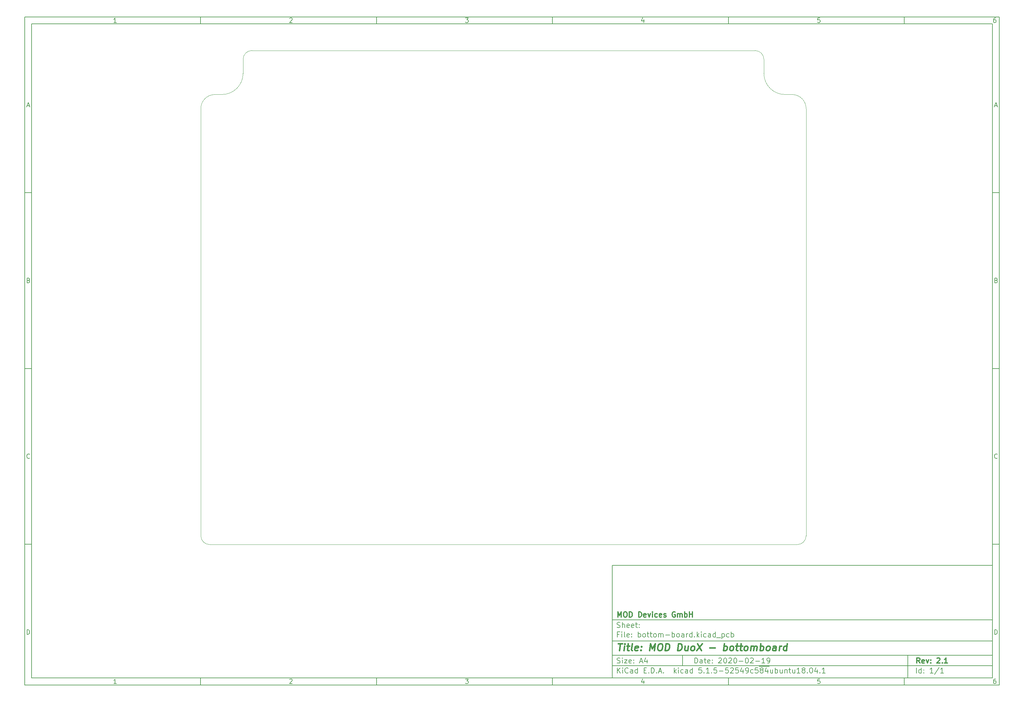
<source format=gbr>
G04 #@! TF.GenerationSoftware,KiCad,Pcbnew,5.1.5-52549c5~84~ubuntu18.04.1*
G04 #@! TF.CreationDate,2020-02-19T16:46:28+01:00*
G04 #@! TF.ProjectId,bottom-board,626f7474-6f6d-42d6-926f-6172642e6b69,2.1*
G04 #@! TF.SameCoordinates,PX48111b4PY15fd6c8*
G04 #@! TF.FileFunction,Profile,NP*
%FSLAX46Y46*%
G04 Gerber Fmt 4.6, Leading zero omitted, Abs format (unit mm)*
G04 Created by KiCad (PCBNEW 5.1.5-52549c5~84~ubuntu18.04.1) date 2020-02-19 16:46:28*
%MOMM*%
%LPD*%
G04 APERTURE LIST*
%ADD10C,0.100000*%
%ADD11C,0.150000*%
%ADD12C,0.300000*%
%ADD13C,0.400000*%
G04 APERTURE END LIST*
D10*
D11*
X101434660Y-142949080D02*
X101434660Y-174949080D01*
X209434660Y-174949080D01*
X209434660Y-142949080D01*
X101434660Y-142949080D01*
D10*
D11*
X-65567540Y13058120D02*
X-65567540Y-176949080D01*
X211434660Y-176949080D01*
X211434660Y13058120D01*
X-65567540Y13058120D01*
D10*
D11*
X-63567540Y11058120D02*
X-63567540Y-174949080D01*
X209434660Y-174949080D01*
X209434660Y11058120D01*
X-63567540Y11058120D01*
D10*
D11*
X-15567540Y11058120D02*
X-15567540Y13058120D01*
D10*
D11*
X34432460Y11058120D02*
X34432460Y13058120D01*
D10*
D11*
X84432460Y11058120D02*
X84432460Y13058120D01*
D10*
D11*
X134432460Y11058120D02*
X134432460Y13058120D01*
D10*
D11*
X184432460Y11058120D02*
X184432460Y13058120D01*
D10*
D11*
X-39502064Y11470025D02*
X-40244921Y11470025D01*
X-39873493Y11470025D02*
X-39873493Y12770025D01*
X-39997302Y12584311D01*
X-40121112Y12460501D01*
X-40244921Y12398597D01*
D10*
D11*
X9755079Y12646216D02*
X9816983Y12708120D01*
X9940793Y12770025D01*
X10250317Y12770025D01*
X10374126Y12708120D01*
X10436031Y12646216D01*
X10497936Y12522406D01*
X10497936Y12398597D01*
X10436031Y12212882D01*
X9693174Y11470025D01*
X10497936Y11470025D01*
D10*
D11*
X59693174Y12770025D02*
X60497936Y12770025D01*
X60064602Y12274787D01*
X60250317Y12274787D01*
X60374126Y12212882D01*
X60436031Y12150978D01*
X60497936Y12027168D01*
X60497936Y11717644D01*
X60436031Y11593835D01*
X60374126Y11531930D01*
X60250317Y11470025D01*
X59878888Y11470025D01*
X59755079Y11531930D01*
X59693174Y11593835D01*
D10*
D11*
X110374126Y12336692D02*
X110374126Y11470025D01*
X110064602Y12831930D02*
X109755079Y11903359D01*
X110559840Y11903359D01*
D10*
D11*
X160436031Y12770025D02*
X159816983Y12770025D01*
X159755079Y12150978D01*
X159816983Y12212882D01*
X159940793Y12274787D01*
X160250317Y12274787D01*
X160374126Y12212882D01*
X160436031Y12150978D01*
X160497936Y12027168D01*
X160497936Y11717644D01*
X160436031Y11593835D01*
X160374126Y11531930D01*
X160250317Y11470025D01*
X159940793Y11470025D01*
X159816983Y11531930D01*
X159755079Y11593835D01*
D10*
D11*
X210374126Y12770025D02*
X210126507Y12770025D01*
X210002698Y12708120D01*
X209940793Y12646216D01*
X209816983Y12460501D01*
X209755079Y12212882D01*
X209755079Y11717644D01*
X209816983Y11593835D01*
X209878888Y11531930D01*
X210002698Y11470025D01*
X210250317Y11470025D01*
X210374126Y11531930D01*
X210436031Y11593835D01*
X210497936Y11717644D01*
X210497936Y12027168D01*
X210436031Y12150978D01*
X210374126Y12212882D01*
X210250317Y12274787D01*
X210002698Y12274787D01*
X209878888Y12212882D01*
X209816983Y12150978D01*
X209755079Y12027168D01*
D10*
D11*
X-15567540Y-174949080D02*
X-15567540Y-176949080D01*
D10*
D11*
X34432460Y-174949080D02*
X34432460Y-176949080D01*
D10*
D11*
X84432460Y-174949080D02*
X84432460Y-176949080D01*
D10*
D11*
X134432460Y-174949080D02*
X134432460Y-176949080D01*
D10*
D11*
X184432460Y-174949080D02*
X184432460Y-176949080D01*
D10*
D11*
X-39502064Y-176537175D02*
X-40244921Y-176537175D01*
X-39873493Y-176537175D02*
X-39873493Y-175237175D01*
X-39997302Y-175422889D01*
X-40121112Y-175546699D01*
X-40244921Y-175608603D01*
D10*
D11*
X9755079Y-175360984D02*
X9816983Y-175299080D01*
X9940793Y-175237175D01*
X10250317Y-175237175D01*
X10374126Y-175299080D01*
X10436031Y-175360984D01*
X10497936Y-175484794D01*
X10497936Y-175608603D01*
X10436031Y-175794318D01*
X9693174Y-176537175D01*
X10497936Y-176537175D01*
D10*
D11*
X59693174Y-175237175D02*
X60497936Y-175237175D01*
X60064602Y-175732413D01*
X60250317Y-175732413D01*
X60374126Y-175794318D01*
X60436031Y-175856222D01*
X60497936Y-175980032D01*
X60497936Y-176289556D01*
X60436031Y-176413365D01*
X60374126Y-176475270D01*
X60250317Y-176537175D01*
X59878888Y-176537175D01*
X59755079Y-176475270D01*
X59693174Y-176413365D01*
D10*
D11*
X110374126Y-175670508D02*
X110374126Y-176537175D01*
X110064602Y-175175270D02*
X109755079Y-176103841D01*
X110559840Y-176103841D01*
D10*
D11*
X160436031Y-175237175D02*
X159816983Y-175237175D01*
X159755079Y-175856222D01*
X159816983Y-175794318D01*
X159940793Y-175732413D01*
X160250317Y-175732413D01*
X160374126Y-175794318D01*
X160436031Y-175856222D01*
X160497936Y-175980032D01*
X160497936Y-176289556D01*
X160436031Y-176413365D01*
X160374126Y-176475270D01*
X160250317Y-176537175D01*
X159940793Y-176537175D01*
X159816983Y-176475270D01*
X159755079Y-176413365D01*
D10*
D11*
X210374126Y-175237175D02*
X210126507Y-175237175D01*
X210002698Y-175299080D01*
X209940793Y-175360984D01*
X209816983Y-175546699D01*
X209755079Y-175794318D01*
X209755079Y-176289556D01*
X209816983Y-176413365D01*
X209878888Y-176475270D01*
X210002698Y-176537175D01*
X210250317Y-176537175D01*
X210374126Y-176475270D01*
X210436031Y-176413365D01*
X210497936Y-176289556D01*
X210497936Y-175980032D01*
X210436031Y-175856222D01*
X210374126Y-175794318D01*
X210250317Y-175732413D01*
X210002698Y-175732413D01*
X209878888Y-175794318D01*
X209816983Y-175856222D01*
X209755079Y-175980032D01*
D10*
D11*
X-65567540Y-36941880D02*
X-63567540Y-36941880D01*
D10*
D11*
X-65567540Y-86941880D02*
X-63567540Y-86941880D01*
D10*
D11*
X-65567540Y-136941880D02*
X-63567540Y-136941880D01*
D10*
D11*
X-64877064Y-12158546D02*
X-64258017Y-12158546D01*
X-65000874Y-12529975D02*
X-64567540Y-11229975D01*
X-64134207Y-12529975D01*
D10*
D11*
X-64474683Y-61849022D02*
X-64288969Y-61910927D01*
X-64227064Y-61972832D01*
X-64165160Y-62096641D01*
X-64165160Y-62282356D01*
X-64227064Y-62406165D01*
X-64288969Y-62468070D01*
X-64412779Y-62529975D01*
X-64908017Y-62529975D01*
X-64908017Y-61229975D01*
X-64474683Y-61229975D01*
X-64350874Y-61291880D01*
X-64288969Y-61353784D01*
X-64227064Y-61477594D01*
X-64227064Y-61601403D01*
X-64288969Y-61725213D01*
X-64350874Y-61787118D01*
X-64474683Y-61849022D01*
X-64908017Y-61849022D01*
D10*
D11*
X-64165160Y-112406165D02*
X-64227064Y-112468070D01*
X-64412779Y-112529975D01*
X-64536588Y-112529975D01*
X-64722302Y-112468070D01*
X-64846112Y-112344260D01*
X-64908017Y-112220451D01*
X-64969921Y-111972832D01*
X-64969921Y-111787118D01*
X-64908017Y-111539499D01*
X-64846112Y-111415689D01*
X-64722302Y-111291880D01*
X-64536588Y-111229975D01*
X-64412779Y-111229975D01*
X-64227064Y-111291880D01*
X-64165160Y-111353784D01*
D10*
D11*
X-64908017Y-162529975D02*
X-64908017Y-161229975D01*
X-64598493Y-161229975D01*
X-64412779Y-161291880D01*
X-64288969Y-161415689D01*
X-64227064Y-161539499D01*
X-64165160Y-161787118D01*
X-64165160Y-161972832D01*
X-64227064Y-162220451D01*
X-64288969Y-162344260D01*
X-64412779Y-162468070D01*
X-64598493Y-162529975D01*
X-64908017Y-162529975D01*
D10*
D11*
X211434660Y-36941880D02*
X209434660Y-36941880D01*
D10*
D11*
X211434660Y-86941880D02*
X209434660Y-86941880D01*
D10*
D11*
X211434660Y-136941880D02*
X209434660Y-136941880D01*
D10*
D11*
X210125136Y-12158546D02*
X210744183Y-12158546D01*
X210001326Y-12529975D02*
X210434660Y-11229975D01*
X210867993Y-12529975D01*
D10*
D11*
X210527517Y-61849022D02*
X210713231Y-61910927D01*
X210775136Y-61972832D01*
X210837040Y-62096641D01*
X210837040Y-62282356D01*
X210775136Y-62406165D01*
X210713231Y-62468070D01*
X210589421Y-62529975D01*
X210094183Y-62529975D01*
X210094183Y-61229975D01*
X210527517Y-61229975D01*
X210651326Y-61291880D01*
X210713231Y-61353784D01*
X210775136Y-61477594D01*
X210775136Y-61601403D01*
X210713231Y-61725213D01*
X210651326Y-61787118D01*
X210527517Y-61849022D01*
X210094183Y-61849022D01*
D10*
D11*
X210837040Y-112406165D02*
X210775136Y-112468070D01*
X210589421Y-112529975D01*
X210465612Y-112529975D01*
X210279898Y-112468070D01*
X210156088Y-112344260D01*
X210094183Y-112220451D01*
X210032279Y-111972832D01*
X210032279Y-111787118D01*
X210094183Y-111539499D01*
X210156088Y-111415689D01*
X210279898Y-111291880D01*
X210465612Y-111229975D01*
X210589421Y-111229975D01*
X210775136Y-111291880D01*
X210837040Y-111353784D01*
D10*
D11*
X210094183Y-162529975D02*
X210094183Y-161229975D01*
X210403707Y-161229975D01*
X210589421Y-161291880D01*
X210713231Y-161415689D01*
X210775136Y-161539499D01*
X210837040Y-161787118D01*
X210837040Y-161972832D01*
X210775136Y-162220451D01*
X210713231Y-162344260D01*
X210589421Y-162468070D01*
X210403707Y-162529975D01*
X210094183Y-162529975D01*
D10*
D11*
X124866802Y-170727651D02*
X124866802Y-169227651D01*
X125223945Y-169227651D01*
X125438231Y-169299080D01*
X125581088Y-169441937D01*
X125652517Y-169584794D01*
X125723945Y-169870508D01*
X125723945Y-170084794D01*
X125652517Y-170370508D01*
X125581088Y-170513365D01*
X125438231Y-170656222D01*
X125223945Y-170727651D01*
X124866802Y-170727651D01*
X127009660Y-170727651D02*
X127009660Y-169941937D01*
X126938231Y-169799080D01*
X126795374Y-169727651D01*
X126509660Y-169727651D01*
X126366802Y-169799080D01*
X127009660Y-170656222D02*
X126866802Y-170727651D01*
X126509660Y-170727651D01*
X126366802Y-170656222D01*
X126295374Y-170513365D01*
X126295374Y-170370508D01*
X126366802Y-170227651D01*
X126509660Y-170156222D01*
X126866802Y-170156222D01*
X127009660Y-170084794D01*
X127509660Y-169727651D02*
X128081088Y-169727651D01*
X127723945Y-169227651D02*
X127723945Y-170513365D01*
X127795374Y-170656222D01*
X127938231Y-170727651D01*
X128081088Y-170727651D01*
X129152517Y-170656222D02*
X129009660Y-170727651D01*
X128723945Y-170727651D01*
X128581088Y-170656222D01*
X128509660Y-170513365D01*
X128509660Y-169941937D01*
X128581088Y-169799080D01*
X128723945Y-169727651D01*
X129009660Y-169727651D01*
X129152517Y-169799080D01*
X129223945Y-169941937D01*
X129223945Y-170084794D01*
X128509660Y-170227651D01*
X129866802Y-170584794D02*
X129938231Y-170656222D01*
X129866802Y-170727651D01*
X129795374Y-170656222D01*
X129866802Y-170584794D01*
X129866802Y-170727651D01*
X129866802Y-169799080D02*
X129938231Y-169870508D01*
X129866802Y-169941937D01*
X129795374Y-169870508D01*
X129866802Y-169799080D01*
X129866802Y-169941937D01*
X131652517Y-169370508D02*
X131723945Y-169299080D01*
X131866802Y-169227651D01*
X132223945Y-169227651D01*
X132366802Y-169299080D01*
X132438231Y-169370508D01*
X132509660Y-169513365D01*
X132509660Y-169656222D01*
X132438231Y-169870508D01*
X131581088Y-170727651D01*
X132509660Y-170727651D01*
X133438231Y-169227651D02*
X133581088Y-169227651D01*
X133723945Y-169299080D01*
X133795374Y-169370508D01*
X133866802Y-169513365D01*
X133938231Y-169799080D01*
X133938231Y-170156222D01*
X133866802Y-170441937D01*
X133795374Y-170584794D01*
X133723945Y-170656222D01*
X133581088Y-170727651D01*
X133438231Y-170727651D01*
X133295374Y-170656222D01*
X133223945Y-170584794D01*
X133152517Y-170441937D01*
X133081088Y-170156222D01*
X133081088Y-169799080D01*
X133152517Y-169513365D01*
X133223945Y-169370508D01*
X133295374Y-169299080D01*
X133438231Y-169227651D01*
X134509660Y-169370508D02*
X134581088Y-169299080D01*
X134723945Y-169227651D01*
X135081088Y-169227651D01*
X135223945Y-169299080D01*
X135295374Y-169370508D01*
X135366802Y-169513365D01*
X135366802Y-169656222D01*
X135295374Y-169870508D01*
X134438231Y-170727651D01*
X135366802Y-170727651D01*
X136295374Y-169227651D02*
X136438231Y-169227651D01*
X136581088Y-169299080D01*
X136652517Y-169370508D01*
X136723945Y-169513365D01*
X136795374Y-169799080D01*
X136795374Y-170156222D01*
X136723945Y-170441937D01*
X136652517Y-170584794D01*
X136581088Y-170656222D01*
X136438231Y-170727651D01*
X136295374Y-170727651D01*
X136152517Y-170656222D01*
X136081088Y-170584794D01*
X136009660Y-170441937D01*
X135938231Y-170156222D01*
X135938231Y-169799080D01*
X136009660Y-169513365D01*
X136081088Y-169370508D01*
X136152517Y-169299080D01*
X136295374Y-169227651D01*
X137438231Y-170156222D02*
X138581088Y-170156222D01*
X139581088Y-169227651D02*
X139723945Y-169227651D01*
X139866802Y-169299080D01*
X139938231Y-169370508D01*
X140009660Y-169513365D01*
X140081088Y-169799080D01*
X140081088Y-170156222D01*
X140009660Y-170441937D01*
X139938231Y-170584794D01*
X139866802Y-170656222D01*
X139723945Y-170727651D01*
X139581088Y-170727651D01*
X139438231Y-170656222D01*
X139366802Y-170584794D01*
X139295374Y-170441937D01*
X139223945Y-170156222D01*
X139223945Y-169799080D01*
X139295374Y-169513365D01*
X139366802Y-169370508D01*
X139438231Y-169299080D01*
X139581088Y-169227651D01*
X140652517Y-169370508D02*
X140723945Y-169299080D01*
X140866802Y-169227651D01*
X141223945Y-169227651D01*
X141366802Y-169299080D01*
X141438231Y-169370508D01*
X141509660Y-169513365D01*
X141509660Y-169656222D01*
X141438231Y-169870508D01*
X140581088Y-170727651D01*
X141509660Y-170727651D01*
X142152517Y-170156222D02*
X143295374Y-170156222D01*
X144795374Y-170727651D02*
X143938231Y-170727651D01*
X144366802Y-170727651D02*
X144366802Y-169227651D01*
X144223945Y-169441937D01*
X144081088Y-169584794D01*
X143938231Y-169656222D01*
X145509660Y-170727651D02*
X145795374Y-170727651D01*
X145938231Y-170656222D01*
X146009660Y-170584794D01*
X146152517Y-170370508D01*
X146223945Y-170084794D01*
X146223945Y-169513365D01*
X146152517Y-169370508D01*
X146081088Y-169299080D01*
X145938231Y-169227651D01*
X145652517Y-169227651D01*
X145509660Y-169299080D01*
X145438231Y-169370508D01*
X145366802Y-169513365D01*
X145366802Y-169870508D01*
X145438231Y-170013365D01*
X145509660Y-170084794D01*
X145652517Y-170156222D01*
X145938231Y-170156222D01*
X146081088Y-170084794D01*
X146152517Y-170013365D01*
X146223945Y-169870508D01*
D10*
D11*
X101434660Y-171449080D02*
X209434660Y-171449080D01*
D10*
D11*
X102866802Y-173527651D02*
X102866802Y-172027651D01*
X103723945Y-173527651D02*
X103081088Y-172670508D01*
X103723945Y-172027651D02*
X102866802Y-172884794D01*
X104366802Y-173527651D02*
X104366802Y-172527651D01*
X104366802Y-172027651D02*
X104295374Y-172099080D01*
X104366802Y-172170508D01*
X104438231Y-172099080D01*
X104366802Y-172027651D01*
X104366802Y-172170508D01*
X105938231Y-173384794D02*
X105866802Y-173456222D01*
X105652517Y-173527651D01*
X105509660Y-173527651D01*
X105295374Y-173456222D01*
X105152517Y-173313365D01*
X105081088Y-173170508D01*
X105009660Y-172884794D01*
X105009660Y-172670508D01*
X105081088Y-172384794D01*
X105152517Y-172241937D01*
X105295374Y-172099080D01*
X105509660Y-172027651D01*
X105652517Y-172027651D01*
X105866802Y-172099080D01*
X105938231Y-172170508D01*
X107223945Y-173527651D02*
X107223945Y-172741937D01*
X107152517Y-172599080D01*
X107009660Y-172527651D01*
X106723945Y-172527651D01*
X106581088Y-172599080D01*
X107223945Y-173456222D02*
X107081088Y-173527651D01*
X106723945Y-173527651D01*
X106581088Y-173456222D01*
X106509660Y-173313365D01*
X106509660Y-173170508D01*
X106581088Y-173027651D01*
X106723945Y-172956222D01*
X107081088Y-172956222D01*
X107223945Y-172884794D01*
X108581088Y-173527651D02*
X108581088Y-172027651D01*
X108581088Y-173456222D02*
X108438231Y-173527651D01*
X108152517Y-173527651D01*
X108009660Y-173456222D01*
X107938231Y-173384794D01*
X107866802Y-173241937D01*
X107866802Y-172813365D01*
X107938231Y-172670508D01*
X108009660Y-172599080D01*
X108152517Y-172527651D01*
X108438231Y-172527651D01*
X108581088Y-172599080D01*
X110438231Y-172741937D02*
X110938231Y-172741937D01*
X111152517Y-173527651D02*
X110438231Y-173527651D01*
X110438231Y-172027651D01*
X111152517Y-172027651D01*
X111795374Y-173384794D02*
X111866802Y-173456222D01*
X111795374Y-173527651D01*
X111723945Y-173456222D01*
X111795374Y-173384794D01*
X111795374Y-173527651D01*
X112509660Y-173527651D02*
X112509660Y-172027651D01*
X112866802Y-172027651D01*
X113081088Y-172099080D01*
X113223945Y-172241937D01*
X113295374Y-172384794D01*
X113366802Y-172670508D01*
X113366802Y-172884794D01*
X113295374Y-173170508D01*
X113223945Y-173313365D01*
X113081088Y-173456222D01*
X112866802Y-173527651D01*
X112509660Y-173527651D01*
X114009660Y-173384794D02*
X114081088Y-173456222D01*
X114009660Y-173527651D01*
X113938231Y-173456222D01*
X114009660Y-173384794D01*
X114009660Y-173527651D01*
X114652517Y-173099080D02*
X115366802Y-173099080D01*
X114509660Y-173527651D02*
X115009660Y-172027651D01*
X115509660Y-173527651D01*
X116009660Y-173384794D02*
X116081088Y-173456222D01*
X116009660Y-173527651D01*
X115938231Y-173456222D01*
X116009660Y-173384794D01*
X116009660Y-173527651D01*
X119009660Y-173527651D02*
X119009660Y-172027651D01*
X119152517Y-172956222D02*
X119581088Y-173527651D01*
X119581088Y-172527651D02*
X119009660Y-173099080D01*
X120223945Y-173527651D02*
X120223945Y-172527651D01*
X120223945Y-172027651D02*
X120152517Y-172099080D01*
X120223945Y-172170508D01*
X120295374Y-172099080D01*
X120223945Y-172027651D01*
X120223945Y-172170508D01*
X121581088Y-173456222D02*
X121438231Y-173527651D01*
X121152517Y-173527651D01*
X121009660Y-173456222D01*
X120938231Y-173384794D01*
X120866802Y-173241937D01*
X120866802Y-172813365D01*
X120938231Y-172670508D01*
X121009660Y-172599080D01*
X121152517Y-172527651D01*
X121438231Y-172527651D01*
X121581088Y-172599080D01*
X122866802Y-173527651D02*
X122866802Y-172741937D01*
X122795374Y-172599080D01*
X122652517Y-172527651D01*
X122366802Y-172527651D01*
X122223945Y-172599080D01*
X122866802Y-173456222D02*
X122723945Y-173527651D01*
X122366802Y-173527651D01*
X122223945Y-173456222D01*
X122152517Y-173313365D01*
X122152517Y-173170508D01*
X122223945Y-173027651D01*
X122366802Y-172956222D01*
X122723945Y-172956222D01*
X122866802Y-172884794D01*
X124223945Y-173527651D02*
X124223945Y-172027651D01*
X124223945Y-173456222D02*
X124081088Y-173527651D01*
X123795374Y-173527651D01*
X123652517Y-173456222D01*
X123581088Y-173384794D01*
X123509660Y-173241937D01*
X123509660Y-172813365D01*
X123581088Y-172670508D01*
X123652517Y-172599080D01*
X123795374Y-172527651D01*
X124081088Y-172527651D01*
X124223945Y-172599080D01*
X126795374Y-172027651D02*
X126081088Y-172027651D01*
X126009660Y-172741937D01*
X126081088Y-172670508D01*
X126223945Y-172599080D01*
X126581088Y-172599080D01*
X126723945Y-172670508D01*
X126795374Y-172741937D01*
X126866802Y-172884794D01*
X126866802Y-173241937D01*
X126795374Y-173384794D01*
X126723945Y-173456222D01*
X126581088Y-173527651D01*
X126223945Y-173527651D01*
X126081088Y-173456222D01*
X126009660Y-173384794D01*
X127509660Y-173384794D02*
X127581088Y-173456222D01*
X127509660Y-173527651D01*
X127438231Y-173456222D01*
X127509660Y-173384794D01*
X127509660Y-173527651D01*
X129009660Y-173527651D02*
X128152517Y-173527651D01*
X128581088Y-173527651D02*
X128581088Y-172027651D01*
X128438231Y-172241937D01*
X128295374Y-172384794D01*
X128152517Y-172456222D01*
X129652517Y-173384794D02*
X129723945Y-173456222D01*
X129652517Y-173527651D01*
X129581088Y-173456222D01*
X129652517Y-173384794D01*
X129652517Y-173527651D01*
X131081088Y-172027651D02*
X130366802Y-172027651D01*
X130295374Y-172741937D01*
X130366802Y-172670508D01*
X130509660Y-172599080D01*
X130866802Y-172599080D01*
X131009660Y-172670508D01*
X131081088Y-172741937D01*
X131152517Y-172884794D01*
X131152517Y-173241937D01*
X131081088Y-173384794D01*
X131009660Y-173456222D01*
X130866802Y-173527651D01*
X130509660Y-173527651D01*
X130366802Y-173456222D01*
X130295374Y-173384794D01*
X131795374Y-172956222D02*
X132938231Y-172956222D01*
X134366802Y-172027651D02*
X133652517Y-172027651D01*
X133581088Y-172741937D01*
X133652517Y-172670508D01*
X133795374Y-172599080D01*
X134152517Y-172599080D01*
X134295374Y-172670508D01*
X134366802Y-172741937D01*
X134438231Y-172884794D01*
X134438231Y-173241937D01*
X134366802Y-173384794D01*
X134295374Y-173456222D01*
X134152517Y-173527651D01*
X133795374Y-173527651D01*
X133652517Y-173456222D01*
X133581088Y-173384794D01*
X135009660Y-172170508D02*
X135081088Y-172099080D01*
X135223945Y-172027651D01*
X135581088Y-172027651D01*
X135723945Y-172099080D01*
X135795374Y-172170508D01*
X135866802Y-172313365D01*
X135866802Y-172456222D01*
X135795374Y-172670508D01*
X134938231Y-173527651D01*
X135866802Y-173527651D01*
X137223945Y-172027651D02*
X136509660Y-172027651D01*
X136438231Y-172741937D01*
X136509660Y-172670508D01*
X136652517Y-172599080D01*
X137009660Y-172599080D01*
X137152517Y-172670508D01*
X137223945Y-172741937D01*
X137295374Y-172884794D01*
X137295374Y-173241937D01*
X137223945Y-173384794D01*
X137152517Y-173456222D01*
X137009660Y-173527651D01*
X136652517Y-173527651D01*
X136509660Y-173456222D01*
X136438231Y-173384794D01*
X138581088Y-172527651D02*
X138581088Y-173527651D01*
X138223945Y-171956222D02*
X137866802Y-173027651D01*
X138795374Y-173027651D01*
X139438231Y-173527651D02*
X139723945Y-173527651D01*
X139866802Y-173456222D01*
X139938231Y-173384794D01*
X140081088Y-173170508D01*
X140152517Y-172884794D01*
X140152517Y-172313365D01*
X140081088Y-172170508D01*
X140009660Y-172099080D01*
X139866802Y-172027651D01*
X139581088Y-172027651D01*
X139438231Y-172099080D01*
X139366802Y-172170508D01*
X139295374Y-172313365D01*
X139295374Y-172670508D01*
X139366802Y-172813365D01*
X139438231Y-172884794D01*
X139581088Y-172956222D01*
X139866802Y-172956222D01*
X140009660Y-172884794D01*
X140081088Y-172813365D01*
X140152517Y-172670508D01*
X141438231Y-173456222D02*
X141295374Y-173527651D01*
X141009660Y-173527651D01*
X140866802Y-173456222D01*
X140795374Y-173384794D01*
X140723945Y-173241937D01*
X140723945Y-172813365D01*
X140795374Y-172670508D01*
X140866802Y-172599080D01*
X141009660Y-172527651D01*
X141295374Y-172527651D01*
X141438231Y-172599080D01*
X142795374Y-172027651D02*
X142081088Y-172027651D01*
X142009660Y-172741937D01*
X142081088Y-172670508D01*
X142223945Y-172599080D01*
X142581088Y-172599080D01*
X142723945Y-172670508D01*
X142795374Y-172741937D01*
X142866802Y-172884794D01*
X142866802Y-173241937D01*
X142795374Y-173384794D01*
X142723945Y-173456222D01*
X142581088Y-173527651D01*
X142223945Y-173527651D01*
X142081088Y-173456222D01*
X142009660Y-173384794D01*
X143152517Y-171619080D02*
X144581088Y-171619080D01*
X143723945Y-172670508D02*
X143581088Y-172599080D01*
X143509660Y-172527651D01*
X143438231Y-172384794D01*
X143438231Y-172313365D01*
X143509660Y-172170508D01*
X143581088Y-172099080D01*
X143723945Y-172027651D01*
X144009660Y-172027651D01*
X144152517Y-172099080D01*
X144223945Y-172170508D01*
X144295374Y-172313365D01*
X144295374Y-172384794D01*
X144223945Y-172527651D01*
X144152517Y-172599080D01*
X144009660Y-172670508D01*
X143723945Y-172670508D01*
X143581088Y-172741937D01*
X143509660Y-172813365D01*
X143438231Y-172956222D01*
X143438231Y-173241937D01*
X143509660Y-173384794D01*
X143581088Y-173456222D01*
X143723945Y-173527651D01*
X144009660Y-173527651D01*
X144152517Y-173456222D01*
X144223945Y-173384794D01*
X144295374Y-173241937D01*
X144295374Y-172956222D01*
X144223945Y-172813365D01*
X144152517Y-172741937D01*
X144009660Y-172670508D01*
X144581088Y-171619080D02*
X146009659Y-171619080D01*
X145581088Y-172527651D02*
X145581088Y-173527651D01*
X145223945Y-171956222D02*
X144866802Y-173027651D01*
X145795374Y-173027651D01*
X147009659Y-172527651D02*
X147009659Y-173527651D01*
X146366802Y-172527651D02*
X146366802Y-173313365D01*
X146438231Y-173456222D01*
X146581088Y-173527651D01*
X146795374Y-173527651D01*
X146938231Y-173456222D01*
X147009659Y-173384794D01*
X147723945Y-173527651D02*
X147723945Y-172027651D01*
X147723945Y-172599080D02*
X147866802Y-172527651D01*
X148152517Y-172527651D01*
X148295374Y-172599080D01*
X148366802Y-172670508D01*
X148438231Y-172813365D01*
X148438231Y-173241937D01*
X148366802Y-173384794D01*
X148295374Y-173456222D01*
X148152517Y-173527651D01*
X147866802Y-173527651D01*
X147723945Y-173456222D01*
X149723945Y-172527651D02*
X149723945Y-173527651D01*
X149081088Y-172527651D02*
X149081088Y-173313365D01*
X149152517Y-173456222D01*
X149295374Y-173527651D01*
X149509659Y-173527651D01*
X149652517Y-173456222D01*
X149723945Y-173384794D01*
X150438231Y-172527651D02*
X150438231Y-173527651D01*
X150438231Y-172670508D02*
X150509659Y-172599080D01*
X150652517Y-172527651D01*
X150866802Y-172527651D01*
X151009659Y-172599080D01*
X151081088Y-172741937D01*
X151081088Y-173527651D01*
X151581088Y-172527651D02*
X152152517Y-172527651D01*
X151795374Y-172027651D02*
X151795374Y-173313365D01*
X151866802Y-173456222D01*
X152009660Y-173527651D01*
X152152517Y-173527651D01*
X153295374Y-172527651D02*
X153295374Y-173527651D01*
X152652517Y-172527651D02*
X152652517Y-173313365D01*
X152723945Y-173456222D01*
X152866802Y-173527651D01*
X153081088Y-173527651D01*
X153223945Y-173456222D01*
X153295374Y-173384794D01*
X154795374Y-173527651D02*
X153938231Y-173527651D01*
X154366802Y-173527651D02*
X154366802Y-172027651D01*
X154223945Y-172241937D01*
X154081088Y-172384794D01*
X153938231Y-172456222D01*
X155652517Y-172670508D02*
X155509659Y-172599080D01*
X155438231Y-172527651D01*
X155366802Y-172384794D01*
X155366802Y-172313365D01*
X155438231Y-172170508D01*
X155509659Y-172099080D01*
X155652517Y-172027651D01*
X155938231Y-172027651D01*
X156081088Y-172099080D01*
X156152517Y-172170508D01*
X156223945Y-172313365D01*
X156223945Y-172384794D01*
X156152517Y-172527651D01*
X156081088Y-172599080D01*
X155938231Y-172670508D01*
X155652517Y-172670508D01*
X155509659Y-172741937D01*
X155438231Y-172813365D01*
X155366802Y-172956222D01*
X155366802Y-173241937D01*
X155438231Y-173384794D01*
X155509659Y-173456222D01*
X155652517Y-173527651D01*
X155938231Y-173527651D01*
X156081088Y-173456222D01*
X156152517Y-173384794D01*
X156223945Y-173241937D01*
X156223945Y-172956222D01*
X156152517Y-172813365D01*
X156081088Y-172741937D01*
X155938231Y-172670508D01*
X156866802Y-173384794D02*
X156938231Y-173456222D01*
X156866802Y-173527651D01*
X156795374Y-173456222D01*
X156866802Y-173384794D01*
X156866802Y-173527651D01*
X157866802Y-172027651D02*
X158009659Y-172027651D01*
X158152517Y-172099080D01*
X158223945Y-172170508D01*
X158295374Y-172313365D01*
X158366802Y-172599080D01*
X158366802Y-172956222D01*
X158295374Y-173241937D01*
X158223945Y-173384794D01*
X158152517Y-173456222D01*
X158009659Y-173527651D01*
X157866802Y-173527651D01*
X157723945Y-173456222D01*
X157652517Y-173384794D01*
X157581088Y-173241937D01*
X157509659Y-172956222D01*
X157509659Y-172599080D01*
X157581088Y-172313365D01*
X157652517Y-172170508D01*
X157723945Y-172099080D01*
X157866802Y-172027651D01*
X159652517Y-172527651D02*
X159652517Y-173527651D01*
X159295374Y-171956222D02*
X158938231Y-173027651D01*
X159866802Y-173027651D01*
X160438231Y-173384794D02*
X160509659Y-173456222D01*
X160438231Y-173527651D01*
X160366802Y-173456222D01*
X160438231Y-173384794D01*
X160438231Y-173527651D01*
X161938231Y-173527651D02*
X161081088Y-173527651D01*
X161509659Y-173527651D02*
X161509659Y-172027651D01*
X161366802Y-172241937D01*
X161223945Y-172384794D01*
X161081088Y-172456222D01*
D10*
D11*
X101434660Y-168449080D02*
X209434660Y-168449080D01*
D10*
D12*
X188843945Y-170727651D02*
X188343945Y-170013365D01*
X187986802Y-170727651D02*
X187986802Y-169227651D01*
X188558231Y-169227651D01*
X188701088Y-169299080D01*
X188772517Y-169370508D01*
X188843945Y-169513365D01*
X188843945Y-169727651D01*
X188772517Y-169870508D01*
X188701088Y-169941937D01*
X188558231Y-170013365D01*
X187986802Y-170013365D01*
X190058231Y-170656222D02*
X189915374Y-170727651D01*
X189629660Y-170727651D01*
X189486802Y-170656222D01*
X189415374Y-170513365D01*
X189415374Y-169941937D01*
X189486802Y-169799080D01*
X189629660Y-169727651D01*
X189915374Y-169727651D01*
X190058231Y-169799080D01*
X190129660Y-169941937D01*
X190129660Y-170084794D01*
X189415374Y-170227651D01*
X190629660Y-169727651D02*
X190986802Y-170727651D01*
X191343945Y-169727651D01*
X191915374Y-170584794D02*
X191986802Y-170656222D01*
X191915374Y-170727651D01*
X191843945Y-170656222D01*
X191915374Y-170584794D01*
X191915374Y-170727651D01*
X191915374Y-169799080D02*
X191986802Y-169870508D01*
X191915374Y-169941937D01*
X191843945Y-169870508D01*
X191915374Y-169799080D01*
X191915374Y-169941937D01*
X193701088Y-169370508D02*
X193772517Y-169299080D01*
X193915374Y-169227651D01*
X194272517Y-169227651D01*
X194415374Y-169299080D01*
X194486802Y-169370508D01*
X194558231Y-169513365D01*
X194558231Y-169656222D01*
X194486802Y-169870508D01*
X193629660Y-170727651D01*
X194558231Y-170727651D01*
X195201088Y-170584794D02*
X195272517Y-170656222D01*
X195201088Y-170727651D01*
X195129660Y-170656222D01*
X195201088Y-170584794D01*
X195201088Y-170727651D01*
X196701088Y-170727651D02*
X195843945Y-170727651D01*
X196272517Y-170727651D02*
X196272517Y-169227651D01*
X196129660Y-169441937D01*
X195986802Y-169584794D01*
X195843945Y-169656222D01*
D10*
D11*
X102795374Y-170656222D02*
X103009660Y-170727651D01*
X103366802Y-170727651D01*
X103509660Y-170656222D01*
X103581088Y-170584794D01*
X103652517Y-170441937D01*
X103652517Y-170299080D01*
X103581088Y-170156222D01*
X103509660Y-170084794D01*
X103366802Y-170013365D01*
X103081088Y-169941937D01*
X102938231Y-169870508D01*
X102866802Y-169799080D01*
X102795374Y-169656222D01*
X102795374Y-169513365D01*
X102866802Y-169370508D01*
X102938231Y-169299080D01*
X103081088Y-169227651D01*
X103438231Y-169227651D01*
X103652517Y-169299080D01*
X104295374Y-170727651D02*
X104295374Y-169727651D01*
X104295374Y-169227651D02*
X104223945Y-169299080D01*
X104295374Y-169370508D01*
X104366802Y-169299080D01*
X104295374Y-169227651D01*
X104295374Y-169370508D01*
X104866802Y-169727651D02*
X105652517Y-169727651D01*
X104866802Y-170727651D01*
X105652517Y-170727651D01*
X106795374Y-170656222D02*
X106652517Y-170727651D01*
X106366802Y-170727651D01*
X106223945Y-170656222D01*
X106152517Y-170513365D01*
X106152517Y-169941937D01*
X106223945Y-169799080D01*
X106366802Y-169727651D01*
X106652517Y-169727651D01*
X106795374Y-169799080D01*
X106866802Y-169941937D01*
X106866802Y-170084794D01*
X106152517Y-170227651D01*
X107509660Y-170584794D02*
X107581088Y-170656222D01*
X107509660Y-170727651D01*
X107438231Y-170656222D01*
X107509660Y-170584794D01*
X107509660Y-170727651D01*
X107509660Y-169799080D02*
X107581088Y-169870508D01*
X107509660Y-169941937D01*
X107438231Y-169870508D01*
X107509660Y-169799080D01*
X107509660Y-169941937D01*
X109295374Y-170299080D02*
X110009660Y-170299080D01*
X109152517Y-170727651D02*
X109652517Y-169227651D01*
X110152517Y-170727651D01*
X111295374Y-169727651D02*
X111295374Y-170727651D01*
X110938231Y-169156222D02*
X110581088Y-170227651D01*
X111509660Y-170227651D01*
D10*
D11*
X187866802Y-173527651D02*
X187866802Y-172027651D01*
X189223945Y-173527651D02*
X189223945Y-172027651D01*
X189223945Y-173456222D02*
X189081088Y-173527651D01*
X188795374Y-173527651D01*
X188652517Y-173456222D01*
X188581088Y-173384794D01*
X188509660Y-173241937D01*
X188509660Y-172813365D01*
X188581088Y-172670508D01*
X188652517Y-172599080D01*
X188795374Y-172527651D01*
X189081088Y-172527651D01*
X189223945Y-172599080D01*
X189938231Y-173384794D02*
X190009660Y-173456222D01*
X189938231Y-173527651D01*
X189866802Y-173456222D01*
X189938231Y-173384794D01*
X189938231Y-173527651D01*
X189938231Y-172599080D02*
X190009660Y-172670508D01*
X189938231Y-172741937D01*
X189866802Y-172670508D01*
X189938231Y-172599080D01*
X189938231Y-172741937D01*
X192581088Y-173527651D02*
X191723945Y-173527651D01*
X192152517Y-173527651D02*
X192152517Y-172027651D01*
X192009660Y-172241937D01*
X191866802Y-172384794D01*
X191723945Y-172456222D01*
X194295374Y-171956222D02*
X193009660Y-173884794D01*
X195581088Y-173527651D02*
X194723945Y-173527651D01*
X195152517Y-173527651D02*
X195152517Y-172027651D01*
X195009660Y-172241937D01*
X194866802Y-172384794D01*
X194723945Y-172456222D01*
D10*
D11*
X101434660Y-164449080D02*
X209434660Y-164449080D01*
D10*
D13*
X103147040Y-165153841D02*
X104289898Y-165153841D01*
X103468469Y-167153841D02*
X103718469Y-165153841D01*
X104706564Y-167153841D02*
X104873231Y-165820508D01*
X104956564Y-165153841D02*
X104849421Y-165249080D01*
X104932755Y-165344318D01*
X105039898Y-165249080D01*
X104956564Y-165153841D01*
X104932755Y-165344318D01*
X105539898Y-165820508D02*
X106301802Y-165820508D01*
X105908945Y-165153841D02*
X105694660Y-166868127D01*
X105766088Y-167058603D01*
X105944660Y-167153841D01*
X106135136Y-167153841D01*
X107087517Y-167153841D02*
X106908945Y-167058603D01*
X106837517Y-166868127D01*
X107051802Y-165153841D01*
X108623231Y-167058603D02*
X108420850Y-167153841D01*
X108039898Y-167153841D01*
X107861326Y-167058603D01*
X107789898Y-166868127D01*
X107885136Y-166106222D01*
X108004183Y-165915746D01*
X108206564Y-165820508D01*
X108587517Y-165820508D01*
X108766088Y-165915746D01*
X108837517Y-166106222D01*
X108813707Y-166296699D01*
X107837517Y-166487175D01*
X109587517Y-166963365D02*
X109670850Y-167058603D01*
X109563707Y-167153841D01*
X109480374Y-167058603D01*
X109587517Y-166963365D01*
X109563707Y-167153841D01*
X109718469Y-165915746D02*
X109801802Y-166010984D01*
X109694660Y-166106222D01*
X109611326Y-166010984D01*
X109718469Y-165915746D01*
X109694660Y-166106222D01*
X112039898Y-167153841D02*
X112289898Y-165153841D01*
X112777993Y-166582413D01*
X113623231Y-165153841D01*
X113373231Y-167153841D01*
X114956564Y-165153841D02*
X115337517Y-165153841D01*
X115516088Y-165249080D01*
X115682755Y-165439556D01*
X115730374Y-165820508D01*
X115647040Y-166487175D01*
X115504183Y-166868127D01*
X115289898Y-167058603D01*
X115087517Y-167153841D01*
X114706564Y-167153841D01*
X114527993Y-167058603D01*
X114361326Y-166868127D01*
X114313707Y-166487175D01*
X114397040Y-165820508D01*
X114539898Y-165439556D01*
X114754183Y-165249080D01*
X114956564Y-165153841D01*
X116420850Y-167153841D02*
X116670850Y-165153841D01*
X117147040Y-165153841D01*
X117420850Y-165249080D01*
X117587517Y-165439556D01*
X117658945Y-165630032D01*
X117706564Y-166010984D01*
X117670850Y-166296699D01*
X117527993Y-166677651D01*
X117408945Y-166868127D01*
X117194660Y-167058603D01*
X116897040Y-167153841D01*
X116420850Y-167153841D01*
X119944660Y-167153841D02*
X120194660Y-165153841D01*
X120670850Y-165153841D01*
X120944660Y-165249080D01*
X121111326Y-165439556D01*
X121182755Y-165630032D01*
X121230374Y-166010984D01*
X121194660Y-166296699D01*
X121051802Y-166677651D01*
X120932755Y-166868127D01*
X120718469Y-167058603D01*
X120420850Y-167153841D01*
X119944660Y-167153841D01*
X122968469Y-165820508D02*
X122801802Y-167153841D01*
X122111326Y-165820508D02*
X121980374Y-166868127D01*
X122051802Y-167058603D01*
X122230374Y-167153841D01*
X122516088Y-167153841D01*
X122718469Y-167058603D01*
X122825612Y-166963365D01*
X124039898Y-167153841D02*
X123861326Y-167058603D01*
X123777993Y-166963365D01*
X123706564Y-166772889D01*
X123777993Y-166201460D01*
X123897040Y-166010984D01*
X124004183Y-165915746D01*
X124206564Y-165820508D01*
X124492279Y-165820508D01*
X124670850Y-165915746D01*
X124754183Y-166010984D01*
X124825612Y-166201460D01*
X124754183Y-166772889D01*
X124635136Y-166963365D01*
X124527993Y-167058603D01*
X124325612Y-167153841D01*
X124039898Y-167153841D01*
X125623231Y-165153841D02*
X126706564Y-167153841D01*
X126956564Y-165153841D02*
X125373231Y-167153841D01*
X129087517Y-166391937D02*
X130611326Y-166391937D01*
X132992279Y-167153841D02*
X133242279Y-165153841D01*
X133147040Y-165915746D02*
X133349421Y-165820508D01*
X133730374Y-165820508D01*
X133908945Y-165915746D01*
X133992279Y-166010984D01*
X134063707Y-166201460D01*
X133992279Y-166772889D01*
X133873231Y-166963365D01*
X133766088Y-167058603D01*
X133563707Y-167153841D01*
X133182755Y-167153841D01*
X133004183Y-167058603D01*
X135087517Y-167153841D02*
X134908945Y-167058603D01*
X134825612Y-166963365D01*
X134754183Y-166772889D01*
X134825612Y-166201460D01*
X134944660Y-166010984D01*
X135051802Y-165915746D01*
X135254183Y-165820508D01*
X135539898Y-165820508D01*
X135718469Y-165915746D01*
X135801802Y-166010984D01*
X135873231Y-166201460D01*
X135801802Y-166772889D01*
X135682755Y-166963365D01*
X135575612Y-167058603D01*
X135373231Y-167153841D01*
X135087517Y-167153841D01*
X136492279Y-165820508D02*
X137254183Y-165820508D01*
X136861326Y-165153841D02*
X136647040Y-166868127D01*
X136718469Y-167058603D01*
X136897040Y-167153841D01*
X137087517Y-167153841D01*
X137635136Y-165820508D02*
X138397040Y-165820508D01*
X138004183Y-165153841D02*
X137789898Y-166868127D01*
X137861326Y-167058603D01*
X138039898Y-167153841D01*
X138230374Y-167153841D01*
X139182755Y-167153841D02*
X139004183Y-167058603D01*
X138920850Y-166963365D01*
X138849421Y-166772889D01*
X138920850Y-166201460D01*
X139039898Y-166010984D01*
X139147040Y-165915746D01*
X139349421Y-165820508D01*
X139635136Y-165820508D01*
X139813707Y-165915746D01*
X139897040Y-166010984D01*
X139968469Y-166201460D01*
X139897040Y-166772889D01*
X139777993Y-166963365D01*
X139670850Y-167058603D01*
X139468469Y-167153841D01*
X139182755Y-167153841D01*
X140706564Y-167153841D02*
X140873231Y-165820508D01*
X140849421Y-166010984D02*
X140956564Y-165915746D01*
X141158945Y-165820508D01*
X141444660Y-165820508D01*
X141623231Y-165915746D01*
X141694660Y-166106222D01*
X141563707Y-167153841D01*
X141694660Y-166106222D02*
X141813707Y-165915746D01*
X142016088Y-165820508D01*
X142301802Y-165820508D01*
X142480374Y-165915746D01*
X142551802Y-166106222D01*
X142420850Y-167153841D01*
X143373231Y-167153841D02*
X143623231Y-165153841D01*
X143527993Y-165915746D02*
X143730374Y-165820508D01*
X144111326Y-165820508D01*
X144289898Y-165915746D01*
X144373231Y-166010984D01*
X144444660Y-166201460D01*
X144373231Y-166772889D01*
X144254183Y-166963365D01*
X144147040Y-167058603D01*
X143944660Y-167153841D01*
X143563707Y-167153841D01*
X143385136Y-167058603D01*
X145468469Y-167153841D02*
X145289898Y-167058603D01*
X145206564Y-166963365D01*
X145135136Y-166772889D01*
X145206564Y-166201460D01*
X145325612Y-166010984D01*
X145432755Y-165915746D01*
X145635136Y-165820508D01*
X145920850Y-165820508D01*
X146099421Y-165915746D01*
X146182755Y-166010984D01*
X146254183Y-166201460D01*
X146182755Y-166772889D01*
X146063707Y-166963365D01*
X145956564Y-167058603D01*
X145754183Y-167153841D01*
X145468469Y-167153841D01*
X147849421Y-167153841D02*
X147980374Y-166106222D01*
X147908945Y-165915746D01*
X147730374Y-165820508D01*
X147349421Y-165820508D01*
X147147040Y-165915746D01*
X147861326Y-167058603D02*
X147658945Y-167153841D01*
X147182755Y-167153841D01*
X147004183Y-167058603D01*
X146932755Y-166868127D01*
X146956564Y-166677651D01*
X147075612Y-166487175D01*
X147277993Y-166391937D01*
X147754183Y-166391937D01*
X147956564Y-166296699D01*
X148801802Y-167153841D02*
X148968469Y-165820508D01*
X148920850Y-166201460D02*
X149039898Y-166010984D01*
X149147040Y-165915746D01*
X149349421Y-165820508D01*
X149539898Y-165820508D01*
X150897040Y-167153841D02*
X151147040Y-165153841D01*
X150908945Y-167058603D02*
X150706564Y-167153841D01*
X150325612Y-167153841D01*
X150147040Y-167058603D01*
X150063707Y-166963365D01*
X149992279Y-166772889D01*
X150063707Y-166201460D01*
X150182755Y-166010984D01*
X150289898Y-165915746D01*
X150492279Y-165820508D01*
X150873231Y-165820508D01*
X151051802Y-165915746D01*
D10*
D11*
X103366802Y-162541937D02*
X102866802Y-162541937D01*
X102866802Y-163327651D02*
X102866802Y-161827651D01*
X103581088Y-161827651D01*
X104152517Y-163327651D02*
X104152517Y-162327651D01*
X104152517Y-161827651D02*
X104081088Y-161899080D01*
X104152517Y-161970508D01*
X104223945Y-161899080D01*
X104152517Y-161827651D01*
X104152517Y-161970508D01*
X105081088Y-163327651D02*
X104938231Y-163256222D01*
X104866802Y-163113365D01*
X104866802Y-161827651D01*
X106223945Y-163256222D02*
X106081088Y-163327651D01*
X105795374Y-163327651D01*
X105652517Y-163256222D01*
X105581088Y-163113365D01*
X105581088Y-162541937D01*
X105652517Y-162399080D01*
X105795374Y-162327651D01*
X106081088Y-162327651D01*
X106223945Y-162399080D01*
X106295374Y-162541937D01*
X106295374Y-162684794D01*
X105581088Y-162827651D01*
X106938231Y-163184794D02*
X107009660Y-163256222D01*
X106938231Y-163327651D01*
X106866802Y-163256222D01*
X106938231Y-163184794D01*
X106938231Y-163327651D01*
X106938231Y-162399080D02*
X107009660Y-162470508D01*
X106938231Y-162541937D01*
X106866802Y-162470508D01*
X106938231Y-162399080D01*
X106938231Y-162541937D01*
X108795374Y-163327651D02*
X108795374Y-161827651D01*
X108795374Y-162399080D02*
X108938231Y-162327651D01*
X109223945Y-162327651D01*
X109366802Y-162399080D01*
X109438231Y-162470508D01*
X109509660Y-162613365D01*
X109509660Y-163041937D01*
X109438231Y-163184794D01*
X109366802Y-163256222D01*
X109223945Y-163327651D01*
X108938231Y-163327651D01*
X108795374Y-163256222D01*
X110366802Y-163327651D02*
X110223945Y-163256222D01*
X110152517Y-163184794D01*
X110081088Y-163041937D01*
X110081088Y-162613365D01*
X110152517Y-162470508D01*
X110223945Y-162399080D01*
X110366802Y-162327651D01*
X110581088Y-162327651D01*
X110723945Y-162399080D01*
X110795374Y-162470508D01*
X110866802Y-162613365D01*
X110866802Y-163041937D01*
X110795374Y-163184794D01*
X110723945Y-163256222D01*
X110581088Y-163327651D01*
X110366802Y-163327651D01*
X111295374Y-162327651D02*
X111866802Y-162327651D01*
X111509660Y-161827651D02*
X111509660Y-163113365D01*
X111581088Y-163256222D01*
X111723945Y-163327651D01*
X111866802Y-163327651D01*
X112152517Y-162327651D02*
X112723945Y-162327651D01*
X112366802Y-161827651D02*
X112366802Y-163113365D01*
X112438231Y-163256222D01*
X112581088Y-163327651D01*
X112723945Y-163327651D01*
X113438231Y-163327651D02*
X113295374Y-163256222D01*
X113223945Y-163184794D01*
X113152517Y-163041937D01*
X113152517Y-162613365D01*
X113223945Y-162470508D01*
X113295374Y-162399080D01*
X113438231Y-162327651D01*
X113652517Y-162327651D01*
X113795374Y-162399080D01*
X113866802Y-162470508D01*
X113938231Y-162613365D01*
X113938231Y-163041937D01*
X113866802Y-163184794D01*
X113795374Y-163256222D01*
X113652517Y-163327651D01*
X113438231Y-163327651D01*
X114581088Y-163327651D02*
X114581088Y-162327651D01*
X114581088Y-162470508D02*
X114652517Y-162399080D01*
X114795374Y-162327651D01*
X115009660Y-162327651D01*
X115152517Y-162399080D01*
X115223945Y-162541937D01*
X115223945Y-163327651D01*
X115223945Y-162541937D02*
X115295374Y-162399080D01*
X115438231Y-162327651D01*
X115652517Y-162327651D01*
X115795374Y-162399080D01*
X115866802Y-162541937D01*
X115866802Y-163327651D01*
X116581088Y-162756222D02*
X117723945Y-162756222D01*
X118438231Y-163327651D02*
X118438231Y-161827651D01*
X118438231Y-162399080D02*
X118581088Y-162327651D01*
X118866802Y-162327651D01*
X119009660Y-162399080D01*
X119081088Y-162470508D01*
X119152517Y-162613365D01*
X119152517Y-163041937D01*
X119081088Y-163184794D01*
X119009660Y-163256222D01*
X118866802Y-163327651D01*
X118581088Y-163327651D01*
X118438231Y-163256222D01*
X120009660Y-163327651D02*
X119866802Y-163256222D01*
X119795374Y-163184794D01*
X119723945Y-163041937D01*
X119723945Y-162613365D01*
X119795374Y-162470508D01*
X119866802Y-162399080D01*
X120009660Y-162327651D01*
X120223945Y-162327651D01*
X120366802Y-162399080D01*
X120438231Y-162470508D01*
X120509660Y-162613365D01*
X120509660Y-163041937D01*
X120438231Y-163184794D01*
X120366802Y-163256222D01*
X120223945Y-163327651D01*
X120009660Y-163327651D01*
X121795374Y-163327651D02*
X121795374Y-162541937D01*
X121723945Y-162399080D01*
X121581088Y-162327651D01*
X121295374Y-162327651D01*
X121152517Y-162399080D01*
X121795374Y-163256222D02*
X121652517Y-163327651D01*
X121295374Y-163327651D01*
X121152517Y-163256222D01*
X121081088Y-163113365D01*
X121081088Y-162970508D01*
X121152517Y-162827651D01*
X121295374Y-162756222D01*
X121652517Y-162756222D01*
X121795374Y-162684794D01*
X122509660Y-163327651D02*
X122509660Y-162327651D01*
X122509660Y-162613365D02*
X122581088Y-162470508D01*
X122652517Y-162399080D01*
X122795374Y-162327651D01*
X122938231Y-162327651D01*
X124081088Y-163327651D02*
X124081088Y-161827651D01*
X124081088Y-163256222D02*
X123938231Y-163327651D01*
X123652517Y-163327651D01*
X123509660Y-163256222D01*
X123438231Y-163184794D01*
X123366802Y-163041937D01*
X123366802Y-162613365D01*
X123438231Y-162470508D01*
X123509660Y-162399080D01*
X123652517Y-162327651D01*
X123938231Y-162327651D01*
X124081088Y-162399080D01*
X124795374Y-163184794D02*
X124866802Y-163256222D01*
X124795374Y-163327651D01*
X124723945Y-163256222D01*
X124795374Y-163184794D01*
X124795374Y-163327651D01*
X125509660Y-163327651D02*
X125509660Y-161827651D01*
X125652517Y-162756222D02*
X126081088Y-163327651D01*
X126081088Y-162327651D02*
X125509660Y-162899080D01*
X126723945Y-163327651D02*
X126723945Y-162327651D01*
X126723945Y-161827651D02*
X126652517Y-161899080D01*
X126723945Y-161970508D01*
X126795374Y-161899080D01*
X126723945Y-161827651D01*
X126723945Y-161970508D01*
X128081088Y-163256222D02*
X127938231Y-163327651D01*
X127652517Y-163327651D01*
X127509660Y-163256222D01*
X127438231Y-163184794D01*
X127366802Y-163041937D01*
X127366802Y-162613365D01*
X127438231Y-162470508D01*
X127509660Y-162399080D01*
X127652517Y-162327651D01*
X127938231Y-162327651D01*
X128081088Y-162399080D01*
X129366802Y-163327651D02*
X129366802Y-162541937D01*
X129295374Y-162399080D01*
X129152517Y-162327651D01*
X128866802Y-162327651D01*
X128723945Y-162399080D01*
X129366802Y-163256222D02*
X129223945Y-163327651D01*
X128866802Y-163327651D01*
X128723945Y-163256222D01*
X128652517Y-163113365D01*
X128652517Y-162970508D01*
X128723945Y-162827651D01*
X128866802Y-162756222D01*
X129223945Y-162756222D01*
X129366802Y-162684794D01*
X130723945Y-163327651D02*
X130723945Y-161827651D01*
X130723945Y-163256222D02*
X130581088Y-163327651D01*
X130295374Y-163327651D01*
X130152517Y-163256222D01*
X130081088Y-163184794D01*
X130009660Y-163041937D01*
X130009660Y-162613365D01*
X130081088Y-162470508D01*
X130152517Y-162399080D01*
X130295374Y-162327651D01*
X130581088Y-162327651D01*
X130723945Y-162399080D01*
X131081088Y-163470508D02*
X132223945Y-163470508D01*
X132581088Y-162327651D02*
X132581088Y-163827651D01*
X132581088Y-162399080D02*
X132723945Y-162327651D01*
X133009660Y-162327651D01*
X133152517Y-162399080D01*
X133223945Y-162470508D01*
X133295374Y-162613365D01*
X133295374Y-163041937D01*
X133223945Y-163184794D01*
X133152517Y-163256222D01*
X133009660Y-163327651D01*
X132723945Y-163327651D01*
X132581088Y-163256222D01*
X134581088Y-163256222D02*
X134438231Y-163327651D01*
X134152517Y-163327651D01*
X134009660Y-163256222D01*
X133938231Y-163184794D01*
X133866802Y-163041937D01*
X133866802Y-162613365D01*
X133938231Y-162470508D01*
X134009660Y-162399080D01*
X134152517Y-162327651D01*
X134438231Y-162327651D01*
X134581088Y-162399080D01*
X135223945Y-163327651D02*
X135223945Y-161827651D01*
X135223945Y-162399080D02*
X135366802Y-162327651D01*
X135652517Y-162327651D01*
X135795374Y-162399080D01*
X135866802Y-162470508D01*
X135938231Y-162613365D01*
X135938231Y-163041937D01*
X135866802Y-163184794D01*
X135795374Y-163256222D01*
X135652517Y-163327651D01*
X135366802Y-163327651D01*
X135223945Y-163256222D01*
D10*
D11*
X101434660Y-158449080D02*
X209434660Y-158449080D01*
D10*
D11*
X102795374Y-160556222D02*
X103009660Y-160627651D01*
X103366802Y-160627651D01*
X103509660Y-160556222D01*
X103581088Y-160484794D01*
X103652517Y-160341937D01*
X103652517Y-160199080D01*
X103581088Y-160056222D01*
X103509660Y-159984794D01*
X103366802Y-159913365D01*
X103081088Y-159841937D01*
X102938231Y-159770508D01*
X102866802Y-159699080D01*
X102795374Y-159556222D01*
X102795374Y-159413365D01*
X102866802Y-159270508D01*
X102938231Y-159199080D01*
X103081088Y-159127651D01*
X103438231Y-159127651D01*
X103652517Y-159199080D01*
X104295374Y-160627651D02*
X104295374Y-159127651D01*
X104938231Y-160627651D02*
X104938231Y-159841937D01*
X104866802Y-159699080D01*
X104723945Y-159627651D01*
X104509660Y-159627651D01*
X104366802Y-159699080D01*
X104295374Y-159770508D01*
X106223945Y-160556222D02*
X106081088Y-160627651D01*
X105795374Y-160627651D01*
X105652517Y-160556222D01*
X105581088Y-160413365D01*
X105581088Y-159841937D01*
X105652517Y-159699080D01*
X105795374Y-159627651D01*
X106081088Y-159627651D01*
X106223945Y-159699080D01*
X106295374Y-159841937D01*
X106295374Y-159984794D01*
X105581088Y-160127651D01*
X107509660Y-160556222D02*
X107366802Y-160627651D01*
X107081088Y-160627651D01*
X106938231Y-160556222D01*
X106866802Y-160413365D01*
X106866802Y-159841937D01*
X106938231Y-159699080D01*
X107081088Y-159627651D01*
X107366802Y-159627651D01*
X107509660Y-159699080D01*
X107581088Y-159841937D01*
X107581088Y-159984794D01*
X106866802Y-160127651D01*
X108009660Y-159627651D02*
X108581088Y-159627651D01*
X108223945Y-159127651D02*
X108223945Y-160413365D01*
X108295374Y-160556222D01*
X108438231Y-160627651D01*
X108581088Y-160627651D01*
X109081088Y-160484794D02*
X109152517Y-160556222D01*
X109081088Y-160627651D01*
X109009660Y-160556222D01*
X109081088Y-160484794D01*
X109081088Y-160627651D01*
X109081088Y-159699080D02*
X109152517Y-159770508D01*
X109081088Y-159841937D01*
X109009660Y-159770508D01*
X109081088Y-159699080D01*
X109081088Y-159841937D01*
D10*
D12*
X102986802Y-157627651D02*
X102986802Y-156127651D01*
X103486802Y-157199080D01*
X103986802Y-156127651D01*
X103986802Y-157627651D01*
X104986802Y-156127651D02*
X105272517Y-156127651D01*
X105415374Y-156199080D01*
X105558231Y-156341937D01*
X105629660Y-156627651D01*
X105629660Y-157127651D01*
X105558231Y-157413365D01*
X105415374Y-157556222D01*
X105272517Y-157627651D01*
X104986802Y-157627651D01*
X104843945Y-157556222D01*
X104701088Y-157413365D01*
X104629660Y-157127651D01*
X104629660Y-156627651D01*
X104701088Y-156341937D01*
X104843945Y-156199080D01*
X104986802Y-156127651D01*
X106272517Y-157627651D02*
X106272517Y-156127651D01*
X106629660Y-156127651D01*
X106843945Y-156199080D01*
X106986802Y-156341937D01*
X107058231Y-156484794D01*
X107129660Y-156770508D01*
X107129660Y-156984794D01*
X107058231Y-157270508D01*
X106986802Y-157413365D01*
X106843945Y-157556222D01*
X106629660Y-157627651D01*
X106272517Y-157627651D01*
X108915374Y-157627651D02*
X108915374Y-156127651D01*
X109272517Y-156127651D01*
X109486802Y-156199080D01*
X109629660Y-156341937D01*
X109701088Y-156484794D01*
X109772517Y-156770508D01*
X109772517Y-156984794D01*
X109701088Y-157270508D01*
X109629660Y-157413365D01*
X109486802Y-157556222D01*
X109272517Y-157627651D01*
X108915374Y-157627651D01*
X110986802Y-157556222D02*
X110843945Y-157627651D01*
X110558231Y-157627651D01*
X110415374Y-157556222D01*
X110343945Y-157413365D01*
X110343945Y-156841937D01*
X110415374Y-156699080D01*
X110558231Y-156627651D01*
X110843945Y-156627651D01*
X110986802Y-156699080D01*
X111058231Y-156841937D01*
X111058231Y-156984794D01*
X110343945Y-157127651D01*
X111558231Y-156627651D02*
X111915374Y-157627651D01*
X112272517Y-156627651D01*
X112843945Y-157627651D02*
X112843945Y-156627651D01*
X112843945Y-156127651D02*
X112772517Y-156199080D01*
X112843945Y-156270508D01*
X112915374Y-156199080D01*
X112843945Y-156127651D01*
X112843945Y-156270508D01*
X114201088Y-157556222D02*
X114058231Y-157627651D01*
X113772517Y-157627651D01*
X113629660Y-157556222D01*
X113558231Y-157484794D01*
X113486802Y-157341937D01*
X113486802Y-156913365D01*
X113558231Y-156770508D01*
X113629660Y-156699080D01*
X113772517Y-156627651D01*
X114058231Y-156627651D01*
X114201088Y-156699080D01*
X115415374Y-157556222D02*
X115272517Y-157627651D01*
X114986802Y-157627651D01*
X114843945Y-157556222D01*
X114772517Y-157413365D01*
X114772517Y-156841937D01*
X114843945Y-156699080D01*
X114986802Y-156627651D01*
X115272517Y-156627651D01*
X115415374Y-156699080D01*
X115486802Y-156841937D01*
X115486802Y-156984794D01*
X114772517Y-157127651D01*
X116058231Y-157556222D02*
X116201088Y-157627651D01*
X116486802Y-157627651D01*
X116629660Y-157556222D01*
X116701088Y-157413365D01*
X116701088Y-157341937D01*
X116629660Y-157199080D01*
X116486802Y-157127651D01*
X116272517Y-157127651D01*
X116129660Y-157056222D01*
X116058231Y-156913365D01*
X116058231Y-156841937D01*
X116129660Y-156699080D01*
X116272517Y-156627651D01*
X116486802Y-156627651D01*
X116629660Y-156699080D01*
X119272517Y-156199080D02*
X119129660Y-156127651D01*
X118915374Y-156127651D01*
X118701088Y-156199080D01*
X118558231Y-156341937D01*
X118486802Y-156484794D01*
X118415374Y-156770508D01*
X118415374Y-156984794D01*
X118486802Y-157270508D01*
X118558231Y-157413365D01*
X118701088Y-157556222D01*
X118915374Y-157627651D01*
X119058231Y-157627651D01*
X119272517Y-157556222D01*
X119343945Y-157484794D01*
X119343945Y-156984794D01*
X119058231Y-156984794D01*
X119986802Y-157627651D02*
X119986802Y-156627651D01*
X119986802Y-156770508D02*
X120058231Y-156699080D01*
X120201088Y-156627651D01*
X120415374Y-156627651D01*
X120558231Y-156699080D01*
X120629660Y-156841937D01*
X120629660Y-157627651D01*
X120629660Y-156841937D02*
X120701088Y-156699080D01*
X120843945Y-156627651D01*
X121058231Y-156627651D01*
X121201088Y-156699080D01*
X121272517Y-156841937D01*
X121272517Y-157627651D01*
X121986802Y-157627651D02*
X121986802Y-156127651D01*
X121986802Y-156699080D02*
X122129660Y-156627651D01*
X122415374Y-156627651D01*
X122558231Y-156699080D01*
X122629660Y-156770508D01*
X122701088Y-156913365D01*
X122701088Y-157341937D01*
X122629660Y-157484794D01*
X122558231Y-157556222D01*
X122415374Y-157627651D01*
X122129660Y-157627651D01*
X121986802Y-157556222D01*
X123343945Y-157627651D02*
X123343945Y-156127651D01*
X123343945Y-156841937D02*
X124201088Y-156841937D01*
X124201088Y-157627651D02*
X124201088Y-156127651D01*
D10*
D11*
X121434660Y-168449080D02*
X121434660Y-171449080D01*
D10*
D11*
X185434660Y-168449080D02*
X185434660Y-174949080D01*
D10*
X152506806Y-9008246D02*
G75*
G02X156506806Y-13008246I0J-4000000D01*
G01*
X150506806Y-9008246D02*
G75*
G02X144506806Y-3008246I0J6000000D01*
G01*
X142006806Y3491754D02*
G75*
G02X144506806Y991754I0J-2500000D01*
G01*
X-3493194Y991754D02*
G75*
G02X-993194Y3491754I2500000J0D01*
G01*
X-3493194Y-3008246D02*
G75*
G02X-9493194Y-9008246I-6000000J0D01*
G01*
X-15493194Y-13008246D02*
G75*
G02X-11493194Y-9008246I4000000J0D01*
G01*
X-12993194Y-137008246D02*
G75*
G02X-15493194Y-134508246I0J2500000D01*
G01*
X156506806Y-134508246D02*
G75*
G02X154006806Y-137008246I-2500000J0D01*
G01*
X156506810Y-13008248D02*
X156506810Y-134508248D01*
X150506805Y-9008243D02*
X152506809Y-9008243D01*
X144506808Y991755D02*
X144506808Y-3008246D01*
X-993196Y3491752D02*
X142006803Y3491752D01*
X-3493194Y-3008246D02*
X-3493194Y991755D01*
X-11493195Y-9008243D02*
X-9493191Y-9008243D01*
X-15493196Y-134508248D02*
X-15493196Y-13008248D01*
X154006805Y-137008249D02*
X-12993191Y-137008249D01*
M02*

</source>
